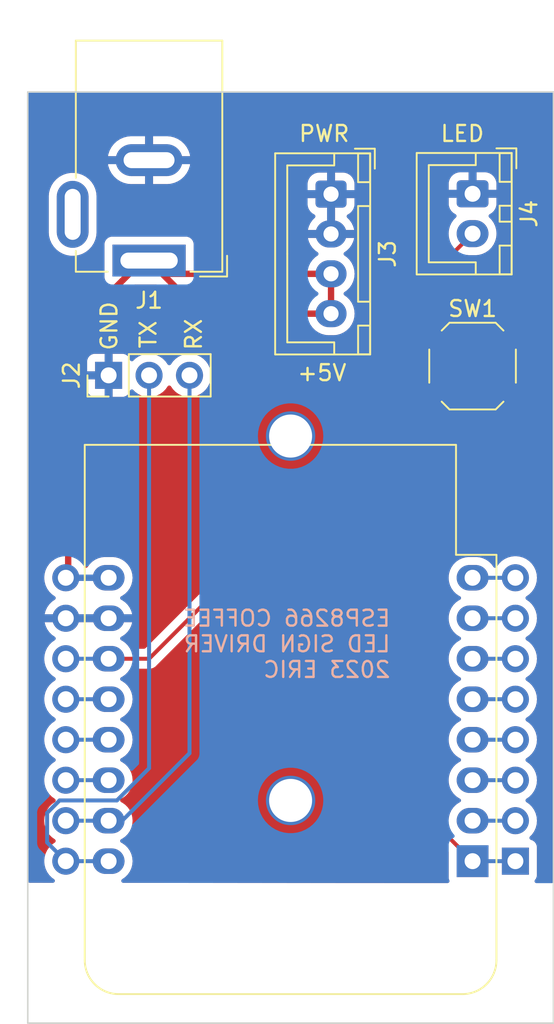
<source format=kicad_pcb>
(kicad_pcb (version 20221018) (generator pcbnew)
  (layers (0 "F.Cu" signal) (31 "B.Cu" signal) (34 "B.Paste" user) (35 "F.Paste" user) (36 "B.SilkS" user "B.Silkscreen") (37 "F.SilkS" user "F.Silkscreen") (38 "B.Mask" user) (39 "F.Mask" user) (44 "Edge.Cuts" user))
  (net 0 "")
  (net 1 "unconnected-(U1-A0-Pad2)")
  (net 2 "unconnected-(U1-D0-Pad3)")
  (net 3 "unconnected-(U1-SCK{slash}D5-Pad4)")
  (net 4 "unconnected-(U1-MISO{slash}D6-Pad5)")
  (net 5 "unconnected-(U1-MOSI{slash}D7-Pad6)")
  (net 6 "unconnected-(U1-CS{slash}D8-Pad7)")
  (net 7 "unconnected-(U1-3V3-Pad8)")
  (net 8 "unconnected-(U1-D3-Pad12)")
  (net 9 "unconnected-(U1-SDA{slash}D2-Pad13)")
  (net 10 "unconnected-(U1-SCL{slash}D1-Pad14)")
  (net 11 "GND")
  (net 12 "+5V")
  (net 13 "/LED_STRIP")
  (net 14 "/UART_RX")
  (net 15 "/UART_TX")
  (net 16 "Net-(U1-~{RST})")
  (footprint "Connector_JST:JST_XH_B4B-XH-A_1x04_P2.50mm_Vertical" (layer "F.Cu") (at 57.15 31.81 -90)
    (fp_text reference "J3" (at 3.75 -3.55 90) (layer "F.SilkS"))
    (fp_text value "PWR_BUS")
    (fp_line (start -2.85 -2.75) (end -2.85 -1.5) (stroke (width 0.12)) (layer "F.SilkS"))
    (fp_line (start -2.56 -2.46) (end -2.56 3.51) (stroke (width 0.12)) (layer "F.SilkS"))
    (fp_line (start -2.56 3.51) (end 10.06 3.51) (stroke (width 0.12)) (layer "F.SilkS"))
    (fp_line (start -2.55 -2.45) (end -2.55 -1.7) (stroke (width 0.12)) (layer "F.SilkS"))
    (fp_line (start -2.55 -1.7) (end -0.75 -1.7) (stroke (width 0.12)) (layer "F.SilkS"))
    (fp_line (start -2.55 -0.2) (end -1.8 -0.2) (stroke (width 0.12)) (layer "F.SilkS"))
    (fp_line (start -1.8 -0.2) (end -1.8 2.75) (stroke (width 0.12)) (layer "F.SilkS"))
    (fp_line (start -1.8 2.75) (end 3.75 2.75) (stroke (width 0.12)) (layer "F.SilkS"))
    (fp_line (start -1.6 -2.75) (end -2.85 -2.75) (stroke (width 0.12)) (layer "F.SilkS"))
    (fp_line (start -0.75 -2.45) (end -2.55 -2.45) (stroke (width 0.12)) (layer "F.SilkS"))
    (fp_line (start -0.75 -1.7) (end -0.75 -2.45) (stroke (width 0.12)) (layer "F.SilkS"))
    (fp_line (start 0.75 -2.45) (end 0.75 -1.7) (stroke (width 0.12)) (layer "F.SilkS"))
    (fp_line (start 0.75 -1.7) (end 6.75 -1.7) (stroke (width 0.12)) (layer "F.SilkS"))
    (fp_line (start 6.75 -2.45) (end 0.75 -2.45) (stroke (width 0.12)) (layer "F.SilkS"))
    (fp_line (start 6.75 -1.7) (end 6.75 -2.45) (stroke (width 0.12)) (layer "F.SilkS"))
    (fp_line (start 8.25 -2.45) (end 8.25 -1.7) (stroke (width 0.12)) (layer "F.SilkS"))
    (fp_line (start 8.25 -1.7) (end 10.05 -1.7) (stroke (width 0.12)) (layer "F.SilkS"))
    (fp_line (start 9.3 -0.2) (end 9.3 2.75) (stroke (width 0.12)) (layer "F.SilkS"))
    (fp_line (start 9.3 2.75) (end 3.75 2.75) (stroke (width 0.12)) (layer "F.SilkS"))
    (fp_line (start 10.05 -2.45) (end 8.25 -2.45) (stroke (width 0.12)) (layer "F.SilkS"))
    (fp_line (start 10.05 -1.7) (end 10.05 -2.45) (stroke (width 0.12)) (layer "F.SilkS"))
    (fp_line (start 10.05 -0.2) (end 9.3 -0.2) (stroke (width 0.12)) (layer "F.SilkS"))
    (fp_line (start 10.06 -2.46) (end -2.56 -2.46) (stroke (width 0.12)) (layer "F.SilkS"))
    (fp_line (start 10.06 3.51) (end 10.06 -2.46) (stroke (width 0.12)) (layer "F.SilkS"))
    (pad "1" thru_hole roundrect (at 0 0 270) (size 1.7 1.95) (drill 0.95) (layers "*.Cu" "*.Mask") (roundrect_rratio 0.147059) (net 11 "GND"))
    (pad "2" thru_hole oval (at 2.5 0 270) (size 1.7 1.95) (drill 0.95) (layers "*.Cu" "*.Mask") (net 11 "GND"))
    (pad "3" thru_hole oval (at 5 0 270) (size 1.7 1.95) (drill 0.95) (layers "*.Cu" "*.Mask") (net 12 "+5V"))
    (pad "4" thru_hole oval (at 7.5 0 270) (size 1.7 1.95) (drill 0.95) (layers "*.Cu" "*.Mask") (net 12 "+5V"))
  )
  (footprint "Connector_PinHeader_2.54mm:PinHeader_1x08_P2.54mm_Vertical" (layer "F.Cu") (at 68.73 73.66 180)
    (fp_text reference "REF**" hide)
    (fp_text value "PinHeader_1x08_P2.54mm_Vertical" hide)
    (pad "1" thru_hole rect (at 0 0 180) (size 1.7 1.7) (drill 1) (layers "*.Cu" "*.Mask") (net 16 "Net-(U1-~{RST})"))
    (pad "2" thru_hole oval (at 0 2.54 180) (size 1.7 1.7) (drill 1) (layers "*.Cu" "*.Mask") (net 1 "unconnected-(U1-A0-Pad2)"))
    (pad "3" thru_hole oval (at 0 5.08 180) (size 1.7 1.7) (drill 1) (layers "*.Cu" "*.Mask") (net 2 "unconnected-(U1-D0-Pad3)"))
    (pad "4" thru_hole oval (at 0 7.62 180) (size 1.7 1.7) (drill 1) (layers "*.Cu" "*.Mask") (net 3 "unconnected-(U1-SCK{slash}D5-Pad4)"))
    (pad "5" thru_hole oval (at 0 10.16 180) (size 1.7 1.7) (drill 1) (layers "*.Cu" "*.Mask") (net 4 "unconnected-(U1-MISO{slash}D6-Pad5)"))
    (pad "6" thru_hole oval (at 0 12.7 180) (size 1.7 1.7) (drill 1) (layers "*.Cu" "*.Mask") (net 5 "unconnected-(U1-MOSI{slash}D7-Pad6)"))
    (pad "7" thru_hole oval (at 0 15.24 180) (size 1.7 1.7) (drill 1) (layers "*.Cu" "*.Mask") (net 6 "unconnected-(U1-CS{slash}D8-Pad7)"))
    (pad "8" thru_hole oval (at 0 17.78 180) (size 1.7 1.7) (drill 1) (layers "*.Cu" "*.Mask") (net 7 "unconnected-(U1-3V3-Pad8)"))
  )
  (footprint "Button_Switch_SMD:SW_SPST_SKQG_WithStem" (layer "F.Cu") (at 66.04 42.6)
    (fp_text reference "SW1" (at 0 -3.6) (layer "F.SilkS"))
    (fp_text value "RST_SW")
    (fp_line (start -2.72 1.04) (end -2.72 -1.04) (stroke (width 0.12)) (layer "F.SilkS"))
    (fp_line (start -1.45 -2.72) (end -1.94 -2.23) (stroke (width 0.12)) (layer "F.SilkS"))
    (fp_line (start -1.45 -2.72) (end 1.45 -2.72) (stroke (width 0.12)) (layer "F.SilkS"))
    (fp_line (start -1.45 2.72) (end -1.94 2.23) (stroke (width 0.12)) (layer "F.SilkS"))
    (fp_line (start -1.45 2.72) (end 1.45 2.72) (stroke (width 0.12)) (layer "F.SilkS"))
    (fp_line (start 1.45 -2.72) (end 1.94 -2.23) (stroke (width 0.12)) (layer "F.SilkS"))
    (fp_line (start 1.45 2.72) (end 1.94 2.23) (stroke (width 0.12)) (layer "F.SilkS"))
    (fp_line (start 2.72 1.04) (end 2.72 -1.04) (stroke (width 0.12)) (layer "F.SilkS"))
    (pad "1" smd rect (at -3.1 -1.85) (size 1.8 1.1) (layers "F.Cu" "F.Paste" "F.Mask") (net 11 "GND"))
    (pad "1" smd rect (at 3.1 -1.85) (size 1.8 1.1) (layers "F.Cu" "F.Paste" "F.Mask") (net 11 "GND"))
    (pad "2" smd rect (at -3.1 1.85) (size 1.8 1.1) (layers "F.Cu" "F.Paste" "F.Mask") (net 16 "Net-(U1-~{RST})"))
    (pad "2" smd rect (at 3.1 1.85) (size 1.8 1.1) (layers "F.Cu" "F.Paste" "F.Mask") (net 16 "Net-(U1-~{RST})"))
    (zone (net 0) (net_name "") (layer "F.Cu") (connect_pads (clearance 0)) (min_thickness 0.254)
      (keepout (tracks not_allowed) (vias not_allowed) (pads not_allowed) (copperpour not_allowed) (footprints not_allowed))
      (fill (thermal_gap 0.508) (thermal_bridge_width 0.508))
      (polygon (pts (xy 62.04 41.3) (xy 65.04 41.3) (xy 65.04 43.9) (xy 62.04 43.9)))
    )
    (zone (net 0) (net_name "") (layer "F.Cu") (connect_pads (clearance 0)) (min_thickness 0.254)
      (keepout (tracks not_allowed) (vias not_allowed) (pads not_allowed) (copperpour not_allowed) (footprints not_allowed))
      (fill (thermal_gap 0.508) (thermal_bridge_width 0.508))
      (polygon (pts (xy 67.04 41.3) (xy 70.04 41.3) (xy 70.04 43.9) (xy 67.04 43.9)))
    )
  )
  (footprint "MountingHole:MountingHole_2.7mm_M2.5_ISO14580_Pad_TopOnly" (layer "F.Cu") (at 54.61 69.85)
    (fp_text reference "REF**" hide)
    (fp_text value "MountingHole_2.7mm_M2.5_ISO14580_Pad_TopOnly" hide)
    (pad "1" thru_hole circle (at 0 0) (size 3.1 3.1) (drill 2.7) (layers "*.Cu" "*.Mask"))
    (pad "1" connect circle (at 0 0) (size 4.5 4.5) (layers "F.Cu" "F.Mask"))
  )
  (footprint "MountingHole:MountingHole_2.7mm_M2.5_ISO14580_Pad_TopOnly" (layer "F.Cu") (at 54.61 46.99)
    (fp_text reference "REF**" hide)
    (fp_text value "MountingHole_2.7mm_M2.5_ISO14580_Pad_TopOnly" hide)
    (pad "1" thru_hole circle (at 0 0) (size 3.1 3.1) (drill 2.7) (layers "*.Cu" "*.Mask"))
    (pad "1" connect circle (at 0 0) (size 4.5 4.5) (layers "F.Cu" "F.Mask"))
  )
  (footprint "Connector_BarrelJack:BarrelJack_GCT_DCJ200-10-A_Horizontal" (layer "F.Cu") (at 45.72 35.98 180)
    (fp_text reference "J1" (at 0 -2.5 180) (layer "F.SilkS"))
    (fp_text value "Barrel_Jack_MountingPin")
    (fp_line (start -4.9 -1) (end -4.9 0.3) (stroke (width 0.12)) (layer "F.SilkS"))
    (fp_line (start -4.6 -0.7) (end -2.6 -0.7) (stroke (width 0.12)) (layer "F.SilkS"))
    (fp_line (start -4.6 13.8) (end -4.6 -0.7) (stroke (width 0.12)) (layer "F.SilkS"))
    (fp_line (start -3.2 -1) (end -4.9 -1) (stroke (width 0.12)) (layer "F.SilkS"))
    (fp_line (start 2.6 -0.7) (end 4.6 -0.7) (stroke (width 0.12)) (layer "F.SilkS"))
    (fp_line (start 4.6 -0.7) (end 4.6 0.6) (stroke (width 0.12)) (layer "F.SilkS"))
    (fp_line (start 4.6 5.2) (end 4.6 13.8) (stroke (width 0.12)) (layer "F.SilkS"))
    (fp_line (start 4.6 13.8) (end -4.6 13.8) (stroke (width 0.12)) (layer "F.SilkS"))
    (pad "1" thru_hole rect (at 0 0 180) (size 4.6 2) (drill oval 3.6 1) (layers "*.Cu" "*.Mask") (net 12 "+5V"))
    (pad "2" thru_hole oval (at 0 6.3 180) (size 4.2 2) (drill oval 3.2 1) (layers "*.Cu" "*.Mask") (net 11 "GND"))
    (pad "3" thru_hole oval (at 4.8 2.9 180) (size 2 4.2) (drill oval 1 3.2) (layers "*.Cu" "*.Mask"))
  )
  (footprint "Connector_JST:JST_XH_B2B-XH-A_1x02_P2.50mm_Vertical" (layer "F.Cu") (at 66.04 31.79 -90)
    (fp_text reference "J4" (at 1.25 -3.55 90) (layer "F.SilkS"))
    (fp_text value "LED_STRIP_PORT")
    (fp_line (start -2.85 -2.75) (end -2.85 -1.5) (stroke (width 0.12)) (layer "F.SilkS"))
    (fp_line (start -2.56 -2.46) (end -2.56 3.51) (stroke (width 0.12)) (layer "F.SilkS"))
    (fp_line (start -2.56 3.51) (end 5.06 3.51) (stroke (width 0.12)) (layer "F.SilkS"))
    (fp_line (start -2.55 -2.45) (end -2.55 -1.7) (stroke (width 0.12)) (layer "F.SilkS"))
    (fp_line (start -2.55 -1.7) (end -0.75 -1.7) (stroke (width 0.12)) (layer "F.SilkS"))
    (fp_line (start -2.55 -0.2) (end -1.8 -0.2) (stroke (width 0.12)) (layer "F.SilkS"))
    (fp_line (start -1.8 -0.2) (end -1.8 2.75) (stroke (width 0.12)) (layer "F.SilkS"))
    (fp_line (start -1.8 2.75) (end 1.25 2.75) (stroke (width 0.12)) (layer "F.SilkS"))
    (fp_line (start -1.6 -2.75) (end -2.85 -2.75) (stroke (width 0.12)) (layer "F.SilkS"))
    (fp_line (start -0.75 -2.45) (end -2.55 -2.45) (stroke (width 0.12)) (layer "F.SilkS"))
    (fp_line (start -0.75 -1.7) (end -0.75 -2.45) (stroke (width 0.12)) (layer "F.SilkS"))
    (fp_line (start 0.75 -2.45) (end 0.75 -1.7) (stroke (width 0.12)) (layer "F.SilkS"))
    (fp_line (start 0.75 -1.7) (end 1.75 -1.7) (stroke (width 0.12)) (layer "F.SilkS"))
    (fp_line (start 1.75 -2.45) (end 0.75 -2.45) (stroke (width 0.12)) (layer "F.SilkS"))
    (fp_line (start 1.75 -1.7) (end 1.75 -2.45) (stroke (width 0.12)) (layer "F.SilkS"))
    (fp_line (start 3.25 -2.45) (end 3.25 -1.7) (stroke (width 0.12)) (layer "F.SilkS"))
    (fp_line (start 3.25 -1.7) (end 5.05 -1.7) (stroke (width 0.12)) (layer "F.SilkS"))
    (fp_line (start 4.3 -0.2) (end 4.3 2.75) (stroke (width 0.12)) (layer "F.SilkS"))
    (fp_line (start 4.3 2.75) (end 1.25 2.75) (stroke (width 0.12)) (layer "F.SilkS"))
    (fp_line (start 5.05 -2.45) (end 3.25 -2.45) (stroke (width 0.12)) (layer "F.SilkS"))
    (fp_line (start 5.05 -1.7) (end 5.05 -2.45) (stroke (width 0.12)) (layer "F.SilkS"))
    (fp_line (start 5.05 -0.2) (end 4.3 -0.2) (stroke (width 0.12)) (layer "F.SilkS"))
    (fp_line (start 5.06 -2.46) (end -2.56 -2.46) (stroke (width 0.12)) (layer "F.SilkS"))
    (fp_line (start 5.06 3.51) (end 5.06 -2.46) (stroke (width 0.12)) (layer "F.SilkS"))
    (pad "1" thru_hole roundrect (at 0 0 270) (size 1.7 2) (drill 1) (layers "*.Cu" "*.Mask") (roundrect_rratio 0.147059) (net 11 "GND"))
    (pad "2" thru_hole oval (at 2.5 0 270) (size 1.7 2) (drill 1) (layers "*.Cu" "*.Mask") (net 13 "/LED_STRIP"))
  )
  (footprint "Connector_PinHeader_2.54mm:PinHeader_1x03_P2.54mm_Vertical" (layer "F.Cu") (at 43.18 43.18 90)
    (fp_text reference "J2" (at 0 -2.33 90) (layer "F.SilkS"))
    (fp_text value "UART_RXTX_PORT")
    (fp_line (start -1.33 -1.33) (end 0 -1.33) (stroke (width 0.12)) (layer "F.SilkS"))
    (fp_line (start -1.33 0) (end -1.33 -1.33) (stroke (width 0.12)) (layer "F.SilkS"))
    (fp_line (start -1.33 1.27) (end -1.33 6.41) (stroke (width 0.12)) (layer "F.SilkS"))
    (fp_line (start -1.33 1.27) (end 1.33 1.27) (stroke (width 0.12)) (layer "F.SilkS"))
    (fp_line (start -1.33 6.41) (end 1.33 6.41) (stroke (width 0.12)) (layer "F.SilkS"))
    (fp_line (start 1.33 1.27) (end 1.33 6.41) (stroke (width 0.12)) (layer "F.SilkS"))
    (pad "1" thru_hole rect (at 0 0 90) (size 1.7 1.7) (drill 1) (layers "*.Cu" "*.Mask") (net 11 "GND"))
    (pad "2" thru_hole oval (at 0 2.54 90) (size 1.7 1.7) (drill 1) (layers "*.Cu" "*.Mask") (net 15 "/UART_TX"))
    (pad "3" thru_hole oval (at 0 5.08 90) (size 1.7 1.7) (drill 1) (layers "*.Cu" "*.Mask") (net 14 "/UART_RX"))
  )
  (footprint "Module:WEMOS_D1_mini_light" (layer "F.Cu") (at 66.04 73.66 180)
    (fp_text reference "U1" hide)
    (fp_text value "WeMos_D1_mini")
    (fp_line (start -1.5 19.22) (end -1.5 -6.21) (stroke (width 0.12)) (layer "F.SilkS"))
    (fp_line (start -1.5 19.22) (end 1.04 19.22) (stroke (width 0.12)) (layer "F.SilkS"))
    (fp_line (start 1.04 19.22) (end 1.04 26.12) (stroke (width 0.12)) (layer "F.SilkS"))
    (fp_line (start 1.04 26.12) (end 24.36 26.12) (stroke (width 0.12)) (layer "F.SilkS"))
    (fp_line (start 22.24 -8.34) (end 0.63 -8.34) (stroke (width 0.12)) (layer "F.SilkS"))
    (fp_line (start 24.36 26.12) (end 24.36 -6.21) (stroke (width 0.12)) (layer "F.SilkS"))
    (fp_arc (start -1.5 -6.21) (mid -0.876137 -7.716137) (end 0.63 -8.34) (stroke (width 0.12)) (layer "F.SilkS"))
    (fp_arc (start 22.23 -8.34) (mid 23.736137 -7.716137) (end 24.36 -6.21) (stroke (width 0.12)) (layer "F.SilkS"))
    (pad "1" thru_hole rect (at 0 0 180) (size 2 2) (drill 1) (layers "*.Cu" "*.Mask") (net 16 "Net-(U1-~{RST})"))
    (pad "2" thru_hole oval (at 0 2.54 180) (size 2 1.6) (drill 1) (layers "*.Cu" "*.Mask") (net 1 "unconnected-(U1-A0-Pad2)"))
    (pad "3" thru_hole oval (at 0 5.08 180) (size 2 1.6) (drill 1) (layers "*.Cu" "*.Mask") (net 2 "unconnected-(U1-D0-Pad3)"))
    (pad "4" thru_hole oval (at 0 7.62 180) (size 2 1.6) (drill 1) (layers "*.Cu" "*.Mask") (net 3 "unconnected-(U1-SCK{slash}D5-Pad4)"))
    (pad "5" thru_hole oval (at 0 10.16 180) (size 2 1.6) (drill 1) (layers "*.Cu" "*.Mask") (net 4 "unconnected-(U1-MISO{slash}D6-Pad5)"))
    (pad "6" thru_hole oval (at 0 12.7 180) (size 2 1.6) (drill 1) (layers "*.Cu" "*.Mask") (net 5 "unconnected-(U1-MOSI{slash}D7-Pad6)"))
    (pad "7" thru_hole oval (at 0 15.24 180) (size 2 1.6) (drill 1) (layers "*.Cu" "*.Mask") (net 6 "unconnected-(U1-CS{slash}D8-Pad7)"))
    (pad "8" thru_hole oval (at 0 17.78 180) (size 2 1.6) (drill 1) (layers "*.Cu" "*.Mask") (net 7 "unconnected-(U1-3V3-Pad8)"))
    (pad "9" thru_hole oval (at 22.86 17.78 180) (size 2 1.6) (drill 1) (layers "*.Cu" "*.Mask") (net 12 "+5V"))
    (pad "10" thru_hole oval (at 22.86 15.24 180) (size 2 1.6) (drill 1) (layers "*.Cu" "*.Mask") (net 11 "GND"))
    (pad "11" thru_hole oval (at 22.86 12.7 180) (size 2 1.6) (drill 1) (layers "*.Cu" "*.Mask") (net 13 "/LED_STRIP"))
    (pad "12" thru_hole oval (at 22.86 10.16 180) (size 2 1.6) (drill 1) (layers "*.Cu" "*.Mask") (net 8 "unconnected-(U1-D3-Pad12)"))
    (pad "13" thru_hole oval (at 22.86 7.62 180) (size 2 1.6) (drill 1) (layers "*.Cu" "*.Mask") (net 9 "unconnected-(U1-SDA{slash}D2-Pad13)"))
    (pad "14" thru_hole oval (at 22.86 5.08 180) (size 2 1.6) (drill 1) (layers "*.Cu" "*.Mask") (net 10 "unconnected-(U1-SCL{slash}D1-Pad14)"))
    (pad "15" thru_hole oval (at 22.86 2.54 180) (size 2 1.6) (drill 1) (layers "*.Cu" "*.Mask") (net 14 "/UART_RX"))
    (pad "16" thru_hole oval (at 22.86 0 180) (size 2 1.6) (drill 1) (layers "*.Cu" "*.Mask") (net 15 "/UART_TX"))
  )
  (footprint "Connector_PinHeader_2.54mm:PinHeader_1x08_P2.54mm_Vertical" (layer "F.Cu") (at 40.49 73.66 180)
    (fp_text reference "REF**" hide)
    (fp_text value "PinHeader_1x08_P2.54mm_Vertical" hide)
    (pad "1" thru_hole circle (at 0 0 180) (size 1.7 1.7) (drill 1) (layers "*.Cu" "*.Mask") (net 15 "/UART_TX"))
    (pad "2" thru_hole oval (at 0 2.54 180) (size 1.7 1.7) (drill 1) (layers "*.Cu" "*.Mask") (net 14 "/UART_RX"))
    (pad "3" thru_hole oval (at 0 5.08 180) (size 1.7 1.7) (drill 1) (layers "*.Cu" "*.Mask") (net 10 "unconnected-(U1-SCL{slash}D1-Pad14)"))
    (pad "4" thru_hole oval (at 0 7.62 180) (size 1.7 1.7) (drill 1) (layers "*.Cu" "*.Mask") (net 9 "unconnected-(U1-SDA{slash}D2-Pad13)"))
    (pad "5" thru_hole oval (at 0 10.16 180) (size 1.7 1.7) (drill 1) (layers "*.Cu" "*.Mask") (net 8 "unconnected-(U1-D3-Pad12)"))
    (pad "6" thru_hole oval (at 0 12.7 180) (size 1.7 1.7) (drill 1) (layers "*.Cu" "*.Mask") (net 13 "/LED_STRIP"))
    (pad "7" thru_hole oval (at 0 15.24 180) (size 1.7 1.7) (drill 1) (layers "*.Cu" "*.Mask") (net 11 "GND"))
    (pad "8" thru_hole oval (at 0 17.78 180) (size 1.7 1.7) (drill 1) (layers "*.Cu" "*.Mask") (net 12 "+5V"))
  )
  (gr_rect (start 38.1 25.4) (end 71.12 83.82) (stroke (width 0.1)) (fill none) (layer "Edge.Cuts"))
  (gr_text "ESP8266 COFFEE\nLED SIGN DRIVER\n2023 ERIC" (at 60.96 62.23) (layer "B.SilkS") (effects (font (size 1 1)) (justify left bottom mirror)))
  (gr_text "RX" (at 49.105333 41.690641 90) (layer "F.SilkS") (effects (font (size 1 1)) (justify left bottom)))
  (gr_text "+5V" (at 54.957882 43.610266) (layer "F.SilkS") (effects (font (size 1 1)) (justify left bottom)))
  (gr_text "LED" (at 63.944656 28.601616) (layer "F.SilkS") (effects (font (size 1 1)) (justify left bottom)))
  (gr_text "TX" (at 46.252731 41.571593 90) (layer "F.SilkS") (effects (font (size 1 1)) (justify left bottom)))
  (gr_text "PWR" (at 55.049959 28.601616) (layer "F.SilkS") (effects (font (size 1 1)) (justify left bottom)))
  (gr_text "GND" (at 43.798083 41.703429 90) (layer "F.SilkS") (effects (font (size 1 1)) (justify left bottom)))
  (segment (start 68.58 71.12) (end 66.04 71.12) (width 0.25) (layer "B.Cu") (net 1))
  (segment (start 66.04 68.58) (end 68.58 68.58) (width 0.25) (layer "B.Cu") (net 2))
  (segment (start 68.58 66.04) (end 66.04 66.04) (width 0.25) (layer "B.Cu") (net 3))
  (segment (start 66.04 63.5) (end 68.58 63.5) (width 0.25) (layer "B.Cu") (net 4))
  (segment (start 68.58 60.96) (end 66.04 60.96) (width 0.25) (layer "B.Cu") (net 5))
  (segment (start 66.04 58.42) (end 68.58 58.42) (width 0.25) (layer "B.Cu") (net 6))
  (segment (start 68.58 55.88) (end 66.04 55.88) (width 0.25) (layer "B.Cu") (net 7))
  (segment (start 43.18 63.5) (end 40.64 63.5) (width 0.25) (layer "B.Cu") (net 8))
  (segment (start 40.64 66.04) (end 43.18 66.04) (width 0.25) (layer "B.Cu") (net 9))
  (segment (start 43.18 68.58) (end 40.64 68.58) (width 0.25) (layer "B.Cu") (net 10))
  (segment (start 43.18 58.42) (end 40.64 58.42) (width 0.25) (layer "B.Cu") (net 11))
  (segment (start 45.72 35.98) (end 45.3 35.98) (width 0.4) (layer "F.Cu") (net 12))
  (segment (start 40.64 40.64) (end 40.64 55.88) (width 0.4) (layer "F.Cu") (net 12))
  (segment (start 49.05 39.31) (end 57.15 39.31) (width 0.4) (layer "F.Cu") (net 12))
  (segment (start 57.15 36.81) (end 57.15 39.31) (width 0.4) (layer "F.Cu") (net 12))
  (segment (start 46.55 36.81) (end 45.72 35.98) (width 0.4) (layer "F.Cu") (net 12))
  (segment (start 45.3 35.98) (end 40.64 40.64) (width 0.4) (layer "F.Cu") (net 12))
  (segment (start 57.15 36.81) (end 46.55 36.81) (width 0.4) (layer "F.Cu") (net 12))
  (segment (start 45.72 35.98) (end 49.05 39.31) (width 0.4) (layer "F.Cu") (net 12))
  (segment (start 40.64 55.88) (end 43.18 55.88) (width 0.4) (layer "B.Cu") (net 12))
  (segment (start 66.04 34.29) (end 59.69 40.64) (width 0.25) (layer "F.Cu") (net 13))
  (segment (start 59.69 46.99) (end 45.72 60.96) (width 0.25) (layer "F.Cu") (net 13))
  (segment (start 45.72 60.96) (end 43.18 60.96) (width 0.25) (layer "F.Cu") (net 13))
  (segment (start 59.69 40.64) (end 59.69 46.99) (width 0.25) (layer "F.Cu") (net 13))
  (segment (start 43.18 60.96) (end 40.49 60.96) (width 0.25) (layer "B.Cu") (net 13))
  (segment (start 48.26 43.18) (end 48.26 66.89) (width 0.25) (layer "B.Cu") (net 14))
  (segment (start 48.26 66.89) (end 44.03 71.12) (width 0.25) (layer "B.Cu") (net 14))
  (segment (start 40.64 71.12) (end 43.18 71.12) (width 0.25) (layer "B.Cu") (net 14))
  (segment (start 44.03 71.12) (end 43.18 71.12) (width 0.25) (layer "B.Cu") (net 14))
  (segment (start 45.72 67.83099) (end 43.70099 69.85) (width 0.25) (layer "B.Cu") (net 15))
  (segment (start 43.18 73.66) (end 40.49 73.66) (width 0.25) (layer "B.Cu") (net 15))
  (segment (start 39.315 70.633299) (end 39.315 72.485) (width 0.25) (layer "B.Cu") (net 15))
  (segment (start 40.098299 69.85) (end 39.315 70.633299) (width 0.25) (layer "B.Cu") (net 15))
  (segment (start 45.72 43.18) (end 45.72 67.83099) (width 0.25) (layer "B.Cu") (net 15))
  (segment (start 39.315 72.485) (end 40.49 73.66) (width 0.25) (layer "B.Cu") (net 15))
  (segment (start 43.70099 69.85) (end 40.098299 69.85) (width 0.25) (layer "B.Cu") (net 15))
  (segment (start 62.94 44.45) (end 62.94 70.56) (width 0.25) (layer "F.Cu") (net 16))
  (segment (start 69.14 44.45) (end 62.94 44.45) (width 0.25) (layer "F.Cu") (net 16))
  (segment (start 62.94 70.56) (end 66.04 73.66) (width 0.25) (layer "F.Cu") (net 16))
  (segment (start 68.73 73.66) (end 66.04 73.66) (width 0.25) (layer "B.Cu") (net 16))
  (zone (net 0) (net_name "") (layers "F&B.Cu") (connect_pads (clearance 0)) (min_thickness 0.25)
    (keepout (tracks not_allowed) (vias not_allowed) (pads not_allowed) (copperpour not_allowed) (footprints allowed))
    (fill (thermal_gap 0.5) (thermal_bridge_width 0.5))
    (polygon (pts (xy 71.12 83.82) (xy 38.1 83.82) (xy 38.1 75.016221) (xy 71.12 75.040559)))
  )
  (zone (net 11) (net_name "GND") (layers "F&B.Cu") (connect_pads (clearance 0.5)) (min_thickness 0.25) (fill yes (thermal_gap 0.5) (thermal_bridge_width 0.5))
    (polygon (pts (xy 38.1 25.4) (xy 71.12 25.4) (xy 71.12 83.82) (xy 38.1 83.82)))
  )
)
</source>
